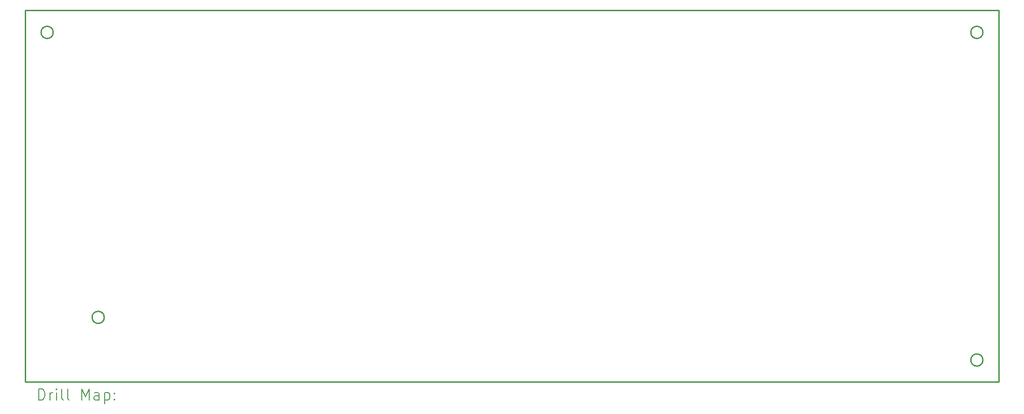
<source format=gbr>
%TF.GenerationSoftware,KiCad,Pcbnew,8.0.5*%
%TF.CreationDate,2024-10-17T16:54:32-05:00*%
%TF.ProjectId,bidirectional_load_switch,62696469-7265-4637-9469-6f6e616c5f6c,rev?*%
%TF.SameCoordinates,Original*%
%TF.FileFunction,Drillmap*%
%TF.FilePolarity,Positive*%
%FSLAX45Y45*%
G04 Gerber Fmt 4.5, Leading zero omitted, Abs format (unit mm)*
G04 Created by KiCad (PCBNEW 8.0.5) date 2024-10-17 16:54:32*
%MOMM*%
%LPD*%
G01*
G04 APERTURE LIST*
%ADD10C,0.254000*%
%ADD11C,0.200000*%
G04 APERTURE END LIST*
D10*
X7644606Y-11690001D02*
G75*
G02*
X7424606Y-11690001I-110000J0D01*
G01*
X7424606Y-11690001D02*
G75*
G02*
X7644606Y-11690001I110000J0D01*
G01*
X6719803Y-6515000D02*
G75*
G02*
X6499803Y-6515000I-110000J0D01*
G01*
X6499803Y-6515000D02*
G75*
G02*
X6719803Y-6515000I110000J0D01*
G01*
X6209803Y-6115000D02*
X23859803Y-6115000D01*
X23859803Y-12865000D01*
X6209803Y-12865000D01*
X6209803Y-6115000D01*
X23569803Y-6515000D02*
G75*
G02*
X23349803Y-6515000I-110000J0D01*
G01*
X23349803Y-6515000D02*
G75*
G02*
X23569803Y-6515000I110000J0D01*
G01*
X23569803Y-12465000D02*
G75*
G02*
X23349803Y-12465000I-110000J0D01*
G01*
X23349803Y-12465000D02*
G75*
G02*
X23569803Y-12465000I110000J0D01*
G01*
D11*
X6457880Y-13189184D02*
X6457880Y-12989184D01*
X6457880Y-12989184D02*
X6505499Y-12989184D01*
X6505499Y-12989184D02*
X6534070Y-12998708D01*
X6534070Y-12998708D02*
X6553118Y-13017756D01*
X6553118Y-13017756D02*
X6562641Y-13036803D01*
X6562641Y-13036803D02*
X6572165Y-13074898D01*
X6572165Y-13074898D02*
X6572165Y-13103470D01*
X6572165Y-13103470D02*
X6562641Y-13141565D01*
X6562641Y-13141565D02*
X6553118Y-13160613D01*
X6553118Y-13160613D02*
X6534070Y-13179660D01*
X6534070Y-13179660D02*
X6505499Y-13189184D01*
X6505499Y-13189184D02*
X6457880Y-13189184D01*
X6657880Y-13189184D02*
X6657880Y-13055851D01*
X6657880Y-13093946D02*
X6667403Y-13074898D01*
X6667403Y-13074898D02*
X6676927Y-13065375D01*
X6676927Y-13065375D02*
X6695975Y-13055851D01*
X6695975Y-13055851D02*
X6715022Y-13055851D01*
X6781689Y-13189184D02*
X6781689Y-13055851D01*
X6781689Y-12989184D02*
X6772165Y-12998708D01*
X6772165Y-12998708D02*
X6781689Y-13008232D01*
X6781689Y-13008232D02*
X6791213Y-12998708D01*
X6791213Y-12998708D02*
X6781689Y-12989184D01*
X6781689Y-12989184D02*
X6781689Y-13008232D01*
X6905499Y-13189184D02*
X6886451Y-13179660D01*
X6886451Y-13179660D02*
X6876927Y-13160613D01*
X6876927Y-13160613D02*
X6876927Y-12989184D01*
X7010260Y-13189184D02*
X6991213Y-13179660D01*
X6991213Y-13179660D02*
X6981689Y-13160613D01*
X6981689Y-13160613D02*
X6981689Y-12989184D01*
X7238832Y-13189184D02*
X7238832Y-12989184D01*
X7238832Y-12989184D02*
X7305499Y-13132041D01*
X7305499Y-13132041D02*
X7372165Y-12989184D01*
X7372165Y-12989184D02*
X7372165Y-13189184D01*
X7553118Y-13189184D02*
X7553118Y-13084422D01*
X7553118Y-13084422D02*
X7543594Y-13065375D01*
X7543594Y-13065375D02*
X7524546Y-13055851D01*
X7524546Y-13055851D02*
X7486451Y-13055851D01*
X7486451Y-13055851D02*
X7467403Y-13065375D01*
X7553118Y-13179660D02*
X7534070Y-13189184D01*
X7534070Y-13189184D02*
X7486451Y-13189184D01*
X7486451Y-13189184D02*
X7467403Y-13179660D01*
X7467403Y-13179660D02*
X7457880Y-13160613D01*
X7457880Y-13160613D02*
X7457880Y-13141565D01*
X7457880Y-13141565D02*
X7467403Y-13122518D01*
X7467403Y-13122518D02*
X7486451Y-13112994D01*
X7486451Y-13112994D02*
X7534070Y-13112994D01*
X7534070Y-13112994D02*
X7553118Y-13103470D01*
X7648356Y-13055851D02*
X7648356Y-13255851D01*
X7648356Y-13065375D02*
X7667403Y-13055851D01*
X7667403Y-13055851D02*
X7705499Y-13055851D01*
X7705499Y-13055851D02*
X7724546Y-13065375D01*
X7724546Y-13065375D02*
X7734070Y-13074898D01*
X7734070Y-13074898D02*
X7743594Y-13093946D01*
X7743594Y-13093946D02*
X7743594Y-13151089D01*
X7743594Y-13151089D02*
X7734070Y-13170137D01*
X7734070Y-13170137D02*
X7724546Y-13179660D01*
X7724546Y-13179660D02*
X7705499Y-13189184D01*
X7705499Y-13189184D02*
X7667403Y-13189184D01*
X7667403Y-13189184D02*
X7648356Y-13179660D01*
X7829308Y-13170137D02*
X7838832Y-13179660D01*
X7838832Y-13179660D02*
X7829308Y-13189184D01*
X7829308Y-13189184D02*
X7819784Y-13179660D01*
X7819784Y-13179660D02*
X7829308Y-13170137D01*
X7829308Y-13170137D02*
X7829308Y-13189184D01*
X7829308Y-13065375D02*
X7838832Y-13074898D01*
X7838832Y-13074898D02*
X7829308Y-13084422D01*
X7829308Y-13084422D02*
X7819784Y-13074898D01*
X7819784Y-13074898D02*
X7829308Y-13065375D01*
X7829308Y-13065375D02*
X7829308Y-13084422D01*
M02*

</source>
